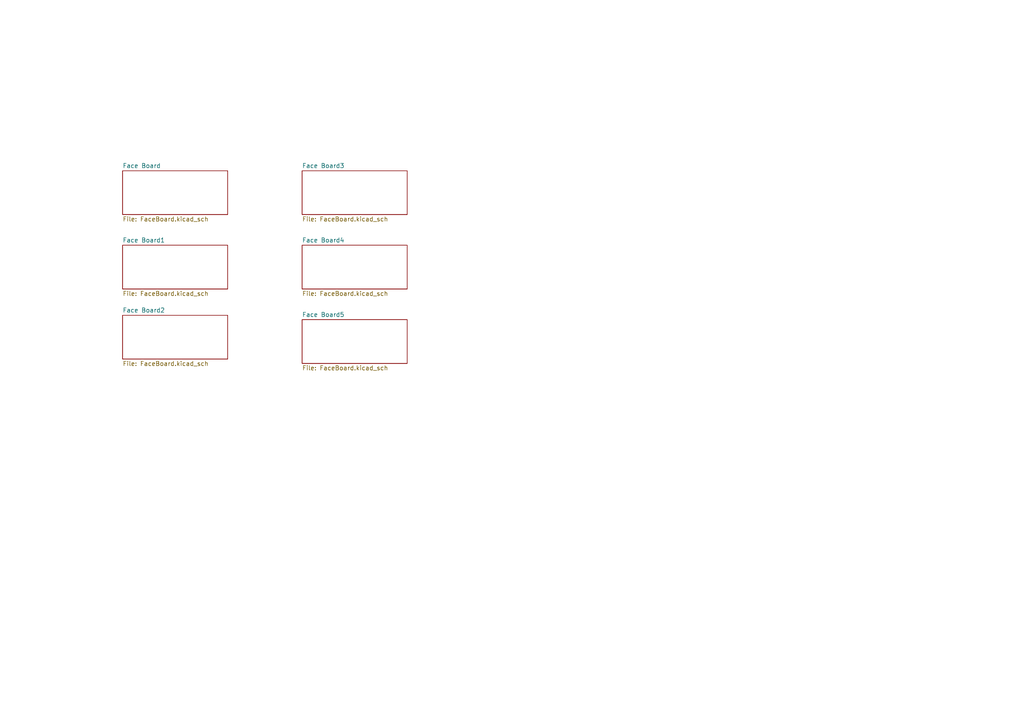
<source format=kicad_sch>
(kicad_sch
	(version 20250114)
	(generator "eeschema")
	(generator_version "9.0")
	(uuid "b92e10d4-ef16-4e79-8a94-1185be6812fd")
	(paper "A4")
	(title_block
		(title "Solar Panel Board -Z")
		(date "2023-03-20")
		(rev "V3")
		(company "CPP BroncoSpace")
	)
	(lib_symbols)
	(sheet
		(at 87.63 92.71)
		(size 30.48 12.7)
		(exclude_from_sim no)
		(in_bom yes)
		(on_board yes)
		(dnp no)
		(fields_autoplaced yes)
		(stroke
			(width 0.1524)
			(type solid)
		)
		(fill
			(color 0 0 0 0.0000)
		)
		(uuid "0223eaf6-f1eb-4348-b152-30e8b3c12cca")
		(property "Sheetname" "Face Board5"
			(at 87.63 91.9984 0)
			(effects
				(font
					(size 1.27 1.27)
				)
				(justify left bottom)
			)
		)
		(property "Sheetfile" "FaceBoard.kicad_sch"
			(at 87.63 105.9946 0)
			(effects
				(font
					(size 1.27 1.27)
				)
				(justify left top)
			)
		)
		(instances
			(project "hat_board"
				(path "/b92e10d4-ef16-4e79-8a94-1185be6812fd"
					(page "7")
				)
			)
		)
	)
	(sheet
		(at 87.63 71.12)
		(size 30.48 12.7)
		(exclude_from_sim no)
		(in_bom yes)
		(on_board yes)
		(dnp no)
		(fields_autoplaced yes)
		(stroke
			(width 0.1524)
			(type solid)
		)
		(fill
			(color 0 0 0 0.0000)
		)
		(uuid "28f12ff7-13cf-4bb5-9fc8-8a396b13726e")
		(property "Sheetname" "Face Board4"
			(at 87.63 70.4084 0)
			(effects
				(font
					(size 1.27 1.27)
				)
				(justify left bottom)
			)
		)
		(property "Sheetfile" "FaceBoard.kicad_sch"
			(at 87.63 84.4046 0)
			(effects
				(font
					(size 1.27 1.27)
				)
				(justify left top)
			)
		)
		(instances
			(project "hat_board"
				(path "/b92e10d4-ef16-4e79-8a94-1185be6812fd"
					(page "6")
				)
			)
		)
	)
	(sheet
		(at 87.63 49.53)
		(size 30.48 12.7)
		(exclude_from_sim no)
		(in_bom yes)
		(on_board yes)
		(dnp no)
		(fields_autoplaced yes)
		(stroke
			(width 0.1524)
			(type solid)
		)
		(fill
			(color 0 0 0 0.0000)
		)
		(uuid "3bbb57a0-d7b4-4ce0-93ca-f27324828a8a")
		(property "Sheetname" "Face Board3"
			(at 87.63 48.8184 0)
			(effects
				(font
					(size 1.27 1.27)
				)
				(justify left bottom)
			)
		)
		(property "Sheetfile" "FaceBoard.kicad_sch"
			(at 87.63 62.8146 0)
			(effects
				(font
					(size 1.27 1.27)
				)
				(justify left top)
			)
		)
		(instances
			(project "hat_board"
				(path "/b92e10d4-ef16-4e79-8a94-1185be6812fd"
					(page "5")
				)
			)
		)
	)
	(sheet
		(at 35.56 49.53)
		(size 30.48 12.7)
		(exclude_from_sim no)
		(in_bom yes)
		(on_board yes)
		(dnp no)
		(fields_autoplaced yes)
		(stroke
			(width 0.1524)
			(type solid)
		)
		(fill
			(color 0 0 0 0.0000)
		)
		(uuid "5c943315-e78f-4a2a-b4f0-f158a8266abf")
		(property "Sheetname" "Face Board"
			(at 35.56 48.8184 0)
			(effects
				(font
					(size 1.27 1.27)
				)
				(justify left bottom)
			)
		)
		(property "Sheetfile" "FaceBoard.kicad_sch"
			(at 35.56 62.8146 0)
			(effects
				(font
					(size 1.27 1.27)
				)
				(justify left top)
			)
		)
		(instances
			(project "hat_board"
				(path "/b92e10d4-ef16-4e79-8a94-1185be6812fd"
					(page "2")
				)
			)
		)
	)
	(sheet
		(at 35.56 71.12)
		(size 30.48 12.7)
		(exclude_from_sim no)
		(in_bom yes)
		(on_board yes)
		(dnp no)
		(fields_autoplaced yes)
		(stroke
			(width 0.1524)
			(type solid)
		)
		(fill
			(color 0 0 0 0.0000)
		)
		(uuid "adf0c035-a96b-4e39-a59a-d3701dfacba7")
		(property "Sheetname" "Face Board1"
			(at 35.56 70.4084 0)
			(effects
				(font
					(size 1.27 1.27)
				)
				(justify left bottom)
			)
		)
		(property "Sheetfile" "FaceBoard.kicad_sch"
			(at 35.56 84.4046 0)
			(effects
				(font
					(size 1.27 1.27)
				)
				(justify left top)
			)
		)
		(instances
			(project "hat_board"
				(path "/b92e10d4-ef16-4e79-8a94-1185be6812fd"
					(page "3")
				)
			)
		)
	)
	(sheet
		(at 35.56 91.44)
		(size 30.48 12.7)
		(exclude_from_sim no)
		(in_bom yes)
		(on_board yes)
		(dnp no)
		(fields_autoplaced yes)
		(stroke
			(width 0.1524)
			(type solid)
		)
		(fill
			(color 0 0 0 0.0000)
		)
		(uuid "b80dee13-502e-4d4a-b369-c02c7bd4c0a0")
		(property "Sheetname" "Face Board2"
			(at 35.56 90.7284 0)
			(effects
				(font
					(size 1.27 1.27)
				)
				(justify left bottom)
			)
		)
		(property "Sheetfile" "FaceBoard.kicad_sch"
			(at 35.56 104.7246 0)
			(effects
				(font
					(size 1.27 1.27)
				)
				(justify left top)
			)
		)
		(instances
			(project "hat_board"
				(path "/b92e10d4-ef16-4e79-8a94-1185be6812fd"
					(page "4")
				)
			)
		)
	)
	(sheet_instances
		(path "/"
			(page "1")
		)
	)
	(embedded_fonts no)
)

</source>
